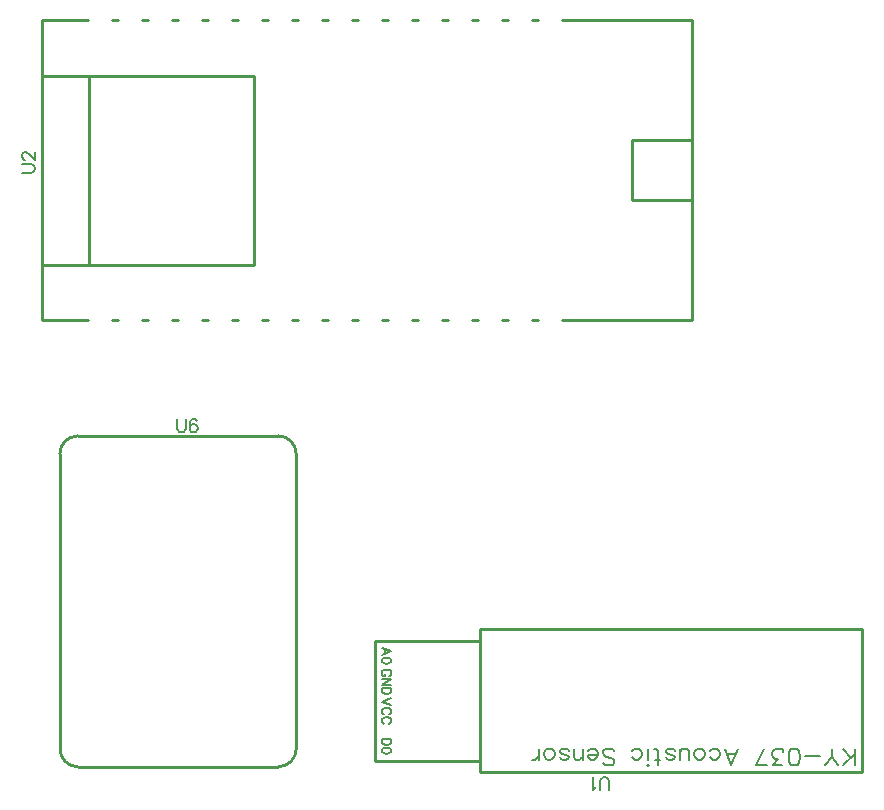
<source format=gto>
G04 Layer: TopSilkscreenLayer*
G04 EasyEDA v6.5.50, 2025-05-30 20:44:05*
G04 89249954dcc5414fb4ee1276e004d1e2,618cf9a269824c858c8e39f74ea16190,10*
G04 Gerber Generator version 0.2*
G04 Scale: 100 percent, Rotated: No, Reflected: No *
G04 Dimensions in millimeters *
G04 leading zeros omitted , absolute positions ,4 integer and 5 decimal *
%FSLAX45Y45*%
%MOMM*%

%ADD10C,0.1524*%
%ADD11C,0.2032*%
%ADD12C,0.2540*%
%ADD13C,0.0140*%

%LPD*%
D10*
X5943600Y2386584D02*
G01*
X5943600Y2464562D01*
X5938520Y2480055D01*
X5928106Y2490470D01*
X5912358Y2495550D01*
X5901943Y2495550D01*
X5886450Y2490470D01*
X5876036Y2480055D01*
X5870956Y2464562D01*
X5870956Y2386584D01*
X5836665Y2407412D02*
G01*
X5826252Y2402078D01*
X5810504Y2386584D01*
X5810504Y2495550D01*
D11*
X4102100Y3161792D02*
G01*
X4025645Y3132581D01*
X4102100Y3103626D02*
G01*
X4025645Y3132581D01*
X4083811Y3025139D02*
G01*
X4091177Y3028695D01*
X4098290Y3036062D01*
X4102100Y3043173D01*
X4102100Y3057905D01*
X4098290Y3065018D01*
X4091177Y3072384D01*
X4083811Y3075939D01*
X4072890Y3079495D01*
X4054856Y3079495D01*
X4043934Y3075939D01*
X4036568Y3072384D01*
X4029202Y3065018D01*
X4025645Y3057905D01*
X4025645Y3043173D01*
X4029202Y3036062D01*
X4036568Y3028695D01*
X4043934Y3025139D01*
X4083811Y2946400D02*
G01*
X4091177Y2950210D01*
X4098290Y2957321D01*
X4102100Y2964687D01*
X4102100Y2979165D01*
X4098290Y2986531D01*
X4091177Y2993897D01*
X4083811Y2997454D01*
X4072890Y3001010D01*
X4054856Y3001010D01*
X4043934Y2997454D01*
X4036568Y2993897D01*
X4029202Y2986531D01*
X4025645Y2979165D01*
X4025645Y2964687D01*
X4029202Y2957321D01*
X4036568Y2950210D01*
X4043934Y2946400D01*
X4102102Y2818129D02*
G01*
X4025648Y2818129D01*
X4102102Y2818129D02*
G01*
X4102102Y2792729D01*
X4098292Y2781807D01*
X4091180Y2774442D01*
X4083814Y2770886D01*
X4072892Y2767329D01*
X4054858Y2767329D01*
X4043936Y2770886D01*
X4036570Y2774442D01*
X4029204Y2781807D01*
X4025648Y2792729D01*
X4025648Y2818129D01*
X4102102Y2721355D02*
G01*
X4098292Y2732278D01*
X4087624Y2739644D01*
X4069336Y2743200D01*
X4058414Y2743200D01*
X4040126Y2739644D01*
X4029204Y2732278D01*
X4025648Y2721355D01*
X4025648Y2714244D01*
X4029204Y2703321D01*
X4040126Y2695955D01*
X4058414Y2692400D01*
X4069336Y2692400D01*
X4087624Y2695955D01*
X4098292Y2703321D01*
X4102102Y2714244D01*
X4102102Y2721355D01*
X4083811Y3350260D02*
G01*
X4091177Y3354070D01*
X4098290Y3361181D01*
X4102100Y3368547D01*
X4102100Y3383026D01*
X4098290Y3390392D01*
X4091177Y3397504D01*
X4083811Y3401313D01*
X4072890Y3404870D01*
X4054856Y3404870D01*
X4043934Y3401313D01*
X4036568Y3397504D01*
X4029202Y3390392D01*
X4025645Y3383026D01*
X4025645Y3368547D01*
X4029202Y3361181D01*
X4036568Y3354070D01*
X4043934Y3350260D01*
X4054856Y3350260D01*
X4054856Y3368547D02*
G01*
X4054856Y3350260D01*
X4102100Y3326384D02*
G01*
X4025645Y3326384D01*
X4102100Y3326384D02*
G01*
X4025645Y3275329D01*
X4102100Y3275329D02*
G01*
X4025645Y3275329D01*
X4102100Y3251454D02*
G01*
X4025645Y3251454D01*
X4102100Y3251454D02*
G01*
X4102100Y3226054D01*
X4098290Y3215131D01*
X4091177Y3207765D01*
X4083811Y3204210D01*
X4072890Y3200400D01*
X4054856Y3200400D01*
X4043934Y3204210D01*
X4036568Y3207765D01*
X4029202Y3215131D01*
X4025645Y3226054D01*
X4025645Y3251454D01*
X4102100Y3558286D02*
G01*
X4025645Y3587495D01*
X4102100Y3558286D02*
G01*
X4025645Y3529329D01*
X4051045Y3576573D02*
G01*
X4051045Y3540252D01*
X4102100Y3483610D02*
G01*
X4098290Y3494531D01*
X4087622Y3501644D01*
X4069334Y3505200D01*
X4058411Y3505200D01*
X4040124Y3501644D01*
X4029202Y3494531D01*
X4025645Y3483610D01*
X4025645Y3476244D01*
X4029202Y3465321D01*
X4040124Y3457955D01*
X4058411Y3454400D01*
X4069334Y3454400D01*
X4087622Y3457955D01*
X4098290Y3465321D01*
X4102100Y3476244D01*
X4102100Y3483610D01*
X8026400Y2592829D02*
G01*
X8026400Y2736085D01*
X7930895Y2592829D02*
G01*
X8026400Y2688333D01*
X7992363Y2654043D02*
G01*
X7930895Y2736085D01*
X7885938Y2592829D02*
G01*
X7831327Y2660901D01*
X7831327Y2736085D01*
X7776972Y2592829D02*
G01*
X7831327Y2660901D01*
X7731759Y2674617D02*
G01*
X7609077Y2674617D01*
X7523225Y2592829D02*
G01*
X7543545Y2599687D01*
X7557261Y2620007D01*
X7564120Y2654043D01*
X7564120Y2674617D01*
X7557261Y2708653D01*
X7543545Y2729227D01*
X7523225Y2736085D01*
X7509509Y2736085D01*
X7489190Y2729227D01*
X7475474Y2708653D01*
X7468615Y2674617D01*
X7468615Y2654043D01*
X7475474Y2620007D01*
X7489190Y2599687D01*
X7509509Y2592829D01*
X7523225Y2592829D01*
X7409941Y2592829D02*
G01*
X7335011Y2592829D01*
X7375906Y2647439D01*
X7355586Y2647439D01*
X7341870Y2654043D01*
X7335011Y2660901D01*
X7328154Y2681475D01*
X7328154Y2695191D01*
X7335011Y2715511D01*
X7348727Y2729227D01*
X7369047Y2736085D01*
X7389622Y2736085D01*
X7409941Y2729227D01*
X7416800Y2722369D01*
X7423658Y2708653D01*
X7187691Y2592829D02*
G01*
X7256018Y2736085D01*
X7283195Y2592829D02*
G01*
X7187691Y2592829D01*
X6983222Y2592829D02*
G01*
X7037831Y2736085D01*
X6983222Y2592829D02*
G01*
X6928611Y2736085D01*
X7017258Y2688333D02*
G01*
X6949186Y2688333D01*
X6801865Y2660901D02*
G01*
X6815581Y2647439D01*
X6829043Y2640581D01*
X6849618Y2640581D01*
X6863334Y2647439D01*
X6876795Y2660901D01*
X6883654Y2681475D01*
X6883654Y2695191D01*
X6876795Y2715511D01*
X6863334Y2729227D01*
X6849618Y2736085D01*
X6829043Y2736085D01*
X6815581Y2729227D01*
X6801865Y2715511D01*
X6722872Y2640581D02*
G01*
X6736334Y2647439D01*
X6750050Y2660901D01*
X6756908Y2681475D01*
X6756908Y2695191D01*
X6750050Y2715511D01*
X6736334Y2729227D01*
X6722872Y2736085D01*
X6702297Y2736085D01*
X6688581Y2729227D01*
X6675120Y2715511D01*
X6668261Y2695191D01*
X6668261Y2681475D01*
X6675120Y2660901D01*
X6688581Y2647439D01*
X6702297Y2640581D01*
X6722872Y2640581D01*
X6623304Y2640581D02*
G01*
X6623304Y2708653D01*
X6616445Y2729227D01*
X6602729Y2736085D01*
X6582409Y2736085D01*
X6568693Y2729227D01*
X6548120Y2708653D01*
X6548120Y2640581D02*
G01*
X6548120Y2736085D01*
X6428231Y2660901D02*
G01*
X6435090Y2647439D01*
X6455409Y2640581D01*
X6475984Y2640581D01*
X6496304Y2647439D01*
X6503161Y2660901D01*
X6496304Y2674617D01*
X6482841Y2681475D01*
X6448552Y2688333D01*
X6435090Y2695191D01*
X6428231Y2708653D01*
X6428231Y2715511D01*
X6435090Y2729227D01*
X6455409Y2736085D01*
X6475984Y2736085D01*
X6496304Y2729227D01*
X6503161Y2715511D01*
X6362700Y2592829D02*
G01*
X6362700Y2708653D01*
X6355841Y2729227D01*
X6342379Y2736085D01*
X6328663Y2736085D01*
X6383274Y2640581D02*
G01*
X6335522Y2640581D01*
X6283706Y2592829D02*
G01*
X6276847Y2599687D01*
X6269990Y2592829D01*
X6276847Y2585971D01*
X6283706Y2592829D01*
X6276847Y2640581D02*
G01*
X6276847Y2736085D01*
X6143243Y2660901D02*
G01*
X6156959Y2647439D01*
X6170422Y2640581D01*
X6190995Y2640581D01*
X6204458Y2647439D01*
X6218174Y2660901D01*
X6225031Y2681475D01*
X6225031Y2695191D01*
X6218174Y2715511D01*
X6204458Y2729227D01*
X6190995Y2736085D01*
X6170422Y2736085D01*
X6156959Y2729227D01*
X6143243Y2715511D01*
X5897879Y2613149D02*
G01*
X5911341Y2599687D01*
X5931915Y2592829D01*
X5959093Y2592829D01*
X5979668Y2599687D01*
X5993129Y2613149D01*
X5993129Y2626865D01*
X5986525Y2640581D01*
X5979668Y2647439D01*
X5965952Y2654043D01*
X5925058Y2667759D01*
X5911341Y2674617D01*
X5904484Y2681475D01*
X5897879Y2695191D01*
X5897879Y2715511D01*
X5911341Y2729227D01*
X5931915Y2736085D01*
X5959093Y2736085D01*
X5979668Y2729227D01*
X5993129Y2715511D01*
X5852668Y2681475D02*
G01*
X5770879Y2681475D01*
X5770879Y2667759D01*
X5777738Y2654043D01*
X5784595Y2647439D01*
X5798311Y2640581D01*
X5818631Y2640581D01*
X5832347Y2647439D01*
X5846063Y2660901D01*
X5852668Y2681475D01*
X5852668Y2695191D01*
X5846063Y2715511D01*
X5832347Y2729227D01*
X5818631Y2736085D01*
X5798311Y2736085D01*
X5784595Y2729227D01*
X5770879Y2715511D01*
X5725922Y2640581D02*
G01*
X5725922Y2736085D01*
X5725922Y2667759D02*
G01*
X5705602Y2647439D01*
X5691886Y2640581D01*
X5671311Y2640581D01*
X5657850Y2647439D01*
X5650991Y2667759D01*
X5650991Y2736085D01*
X5530850Y2660901D02*
G01*
X5537708Y2647439D01*
X5558281Y2640581D01*
X5578602Y2640581D01*
X5599175Y2647439D01*
X5606034Y2660901D01*
X5599175Y2674617D01*
X5585459Y2681475D01*
X5551424Y2688333D01*
X5537708Y2695191D01*
X5530850Y2708653D01*
X5530850Y2715511D01*
X5537708Y2729227D01*
X5558281Y2736085D01*
X5578602Y2736085D01*
X5599175Y2729227D01*
X5606034Y2715511D01*
X5451856Y2640581D02*
G01*
X5465572Y2647439D01*
X5479034Y2660901D01*
X5485891Y2681475D01*
X5485891Y2695191D01*
X5479034Y2715511D01*
X5465572Y2729227D01*
X5451856Y2736085D01*
X5431281Y2736085D01*
X5417820Y2729227D01*
X5404104Y2715511D01*
X5397245Y2695191D01*
X5397245Y2681475D01*
X5404104Y2660901D01*
X5417820Y2647439D01*
X5431281Y2640581D01*
X5451856Y2640581D01*
X5352288Y2640581D02*
G01*
X5352288Y2736085D01*
X5352288Y2681475D02*
G01*
X5345429Y2660901D01*
X5331968Y2647439D01*
X5318252Y2640581D01*
X5297677Y2640581D01*
D10*
X977077Y7610289D02*
G01*
X1055055Y7610289D01*
X1070549Y7615369D01*
X1080963Y7625783D01*
X1086043Y7641531D01*
X1086043Y7651945D01*
X1080963Y7667439D01*
X1070549Y7677853D01*
X1055055Y7682933D01*
X977077Y7682933D01*
X1002985Y7722557D02*
G01*
X997905Y7722557D01*
X987491Y7727637D01*
X982157Y7732971D01*
X977077Y7743385D01*
X977077Y7763959D01*
X982157Y7774373D01*
X987491Y7779707D01*
X997905Y7784787D01*
X1008319Y7784787D01*
X1018733Y7779707D01*
X1034227Y7769293D01*
X1086043Y7717223D01*
X1086043Y7790121D01*
X2289302Y5523128D02*
G01*
X2289302Y5445150D01*
X2294381Y5429656D01*
X2304795Y5419242D01*
X2320543Y5414162D01*
X2330958Y5414162D01*
X2346452Y5419242D01*
X2356865Y5429656D01*
X2361945Y5445150D01*
X2361945Y5523128D01*
X2458720Y5507634D02*
G01*
X2453386Y5518048D01*
X2437891Y5523128D01*
X2427477Y5523128D01*
X2411984Y5518048D01*
X2401570Y5502300D01*
X2396236Y5476392D01*
X2396236Y5450484D01*
X2401570Y5429656D01*
X2411984Y5419242D01*
X2427477Y5414162D01*
X2432811Y5414162D01*
X2448306Y5419242D01*
X2458720Y5429656D01*
X2463800Y5445150D01*
X2463800Y5450484D01*
X2458720Y5465978D01*
X2448306Y5476392D01*
X2432811Y5481472D01*
X2427477Y5481472D01*
X2411984Y5476392D01*
X2401570Y5465978D01*
X2396236Y5450484D01*
D12*
X8089900Y2540000D02*
G01*
X4851400Y2540000D01*
X4851400Y3746500D01*
X8089900Y3746500D01*
X8089900Y2540000D01*
X4851400Y2628900D02*
G01*
X3962400Y2628900D01*
X3962400Y3644900D01*
X4851400Y3644900D01*
X4851400Y2628900D01*
X1540410Y6832701D02*
G01*
X1540410Y8432698D01*
X1148308Y6832701D02*
G01*
X2943301Y6832701D01*
X2943301Y8432698D01*
X1148308Y8432698D01*
X6648295Y7379291D02*
G01*
X6140295Y7379291D01*
X6140295Y7887291D01*
X6648295Y7887291D01*
X1148308Y6364701D02*
G01*
X1148308Y8900695D01*
X1540197Y6364701D02*
G01*
X1148308Y6364701D01*
X1794197Y6364701D02*
G01*
X1736415Y6364701D01*
X2048197Y6364701D02*
G01*
X1990415Y6364701D01*
X2302189Y6364701D02*
G01*
X2244415Y6364701D01*
X2556189Y6364701D02*
G01*
X2498415Y6364701D01*
X2810184Y6364701D02*
G01*
X2752415Y6364701D01*
X3064184Y6364701D02*
G01*
X3006415Y6364701D01*
X3318184Y6364701D02*
G01*
X3260415Y6364701D01*
X3572184Y6364701D02*
G01*
X3514415Y6364701D01*
X3826184Y6364701D02*
G01*
X3768415Y6364701D01*
X4080184Y6364701D02*
G01*
X4022415Y6364701D01*
X4334184Y6364701D02*
G01*
X4276415Y6364701D01*
X4588184Y6364701D02*
G01*
X4530415Y6364701D01*
X4842184Y6364701D02*
G01*
X4784415Y6364701D01*
X5096184Y6364701D02*
G01*
X5038415Y6364701D01*
X5350184Y6364701D02*
G01*
X5292415Y6364701D01*
X6648295Y6364701D02*
G01*
X5546407Y6364701D01*
X6648295Y8900695D02*
G01*
X6648295Y6364701D01*
X5546407Y8900695D02*
G01*
X6648295Y8900695D01*
X5292415Y8900695D02*
G01*
X5350184Y8900695D01*
X5038415Y8900695D02*
G01*
X5096184Y8900695D01*
X4784415Y8900695D02*
G01*
X4842184Y8900695D01*
X4530415Y8900695D02*
G01*
X4588184Y8900695D01*
X4276415Y8900695D02*
G01*
X4334184Y8900695D01*
X4022415Y8900695D02*
G01*
X4080184Y8900695D01*
X3768415Y8900695D02*
G01*
X3826184Y8900695D01*
X3514415Y8900695D02*
G01*
X3572184Y8900695D01*
X3260415Y8900695D02*
G01*
X3318184Y8900695D01*
X3006415Y8900695D02*
G01*
X3064184Y8900695D01*
X2752415Y8900695D02*
G01*
X2810184Y8900695D01*
X2498415Y8900695D02*
G01*
X2556189Y8900695D01*
X2244415Y8900695D02*
G01*
X2302189Y8900695D01*
X1990415Y8900695D02*
G01*
X2048197Y8900695D01*
X1736415Y8900695D02*
G01*
X1794197Y8900695D01*
X1148308Y8900695D02*
G01*
X1540197Y8900695D01*
X3148698Y2582418D02*
G01*
X1448701Y2582418D01*
X3298697Y5232412D02*
G01*
X3298697Y2732417D01*
X1298702Y2732417D02*
G01*
X1298702Y5232412D01*
X1448701Y5382412D02*
G01*
X3148698Y5382412D01*
G75*
G01*
X1298702Y5232413D02*
G02*
X1448702Y5382412I150000J0D01*
G75*
G01*
X3148698Y5382412D02*
G02*
X3298698Y5232413I0J-149999D01*
G75*
G01*
X1448702Y2582418D02*
G02*
X1298702Y2732418I0J150000D01*
G75*
G01*
X3298698Y2732418D02*
G02*
X3148698Y2582418I-150000J0D01*
M02*

</source>
